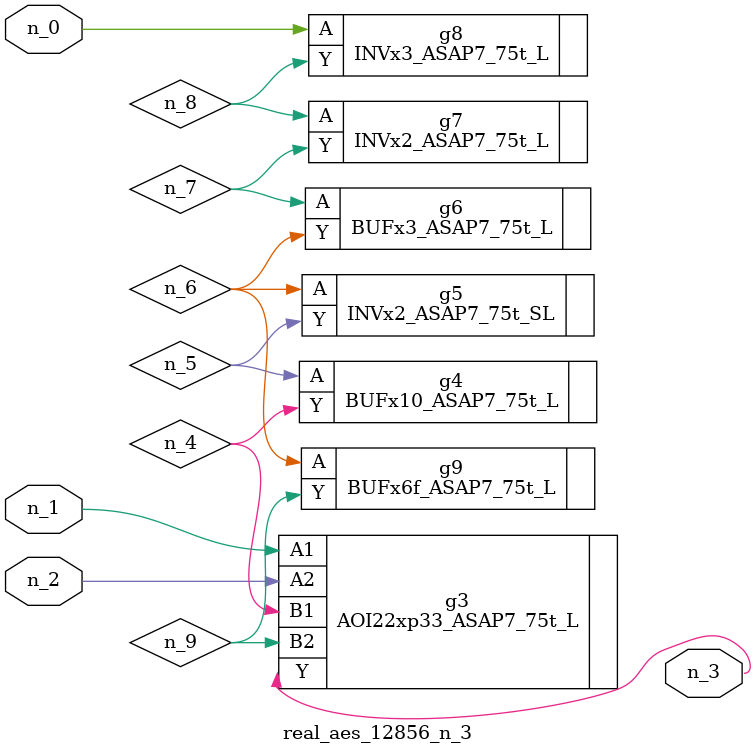
<source format=v>
module real_aes_12856_n_3 (n_0, n_2, n_1, n_3);
input n_0;
input n_2;
input n_1;
output n_3;
wire n_4;
wire n_5;
wire n_7;
wire n_9;
wire n_6;
wire n_8;
INVx3_ASAP7_75t_L g8 ( .A(n_0), .Y(n_8) );
AOI22xp33_ASAP7_75t_L g3 ( .A1(n_1), .A2(n_2), .B1(n_4), .B2(n_9), .Y(n_3) );
BUFx10_ASAP7_75t_L g4 ( .A(n_5), .Y(n_4) );
INVx2_ASAP7_75t_SL g5 ( .A(n_6), .Y(n_5) );
BUFx6f_ASAP7_75t_L g9 ( .A(n_6), .Y(n_9) );
BUFx3_ASAP7_75t_L g6 ( .A(n_7), .Y(n_6) );
INVx2_ASAP7_75t_L g7 ( .A(n_8), .Y(n_7) );
endmodule
</source>
